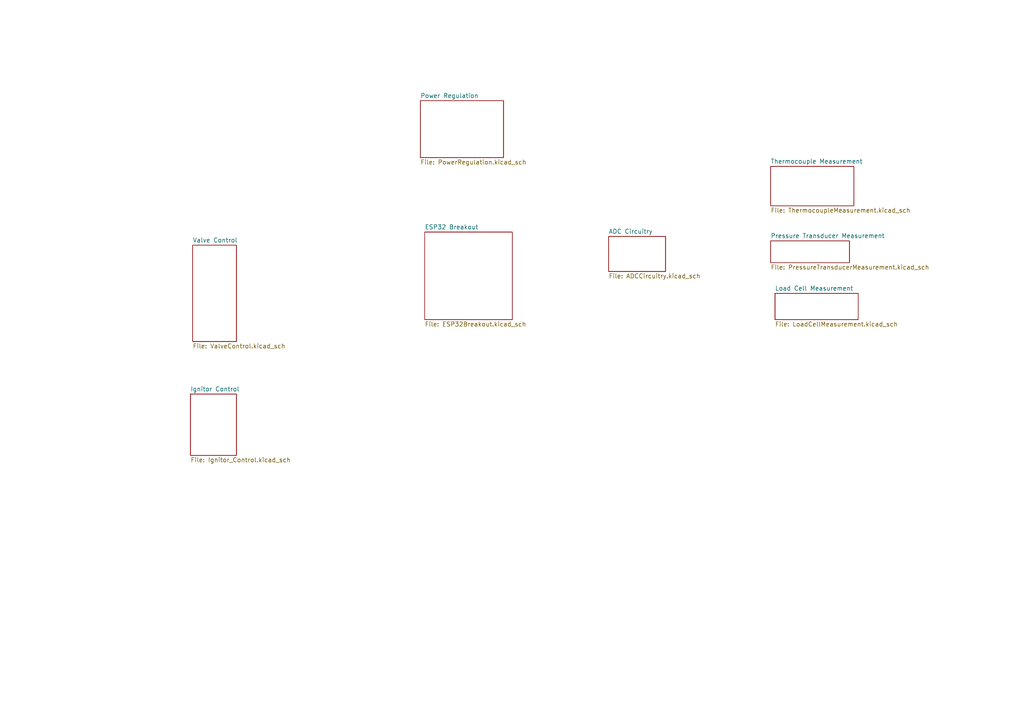
<source format=kicad_sch>
(kicad_sch (version 20250114) (generator "eeschema") (generator_version "9.0")
  (paper "A4")
  (title_block (rev "0.1.0") (company "Queen's Rocket Engineering Team"))
  (lib_symbols)
  (sheet (at 176.53 68.58) (size 16.51 10.16) (stroke (width 0.1524))
    (property "Sheetname" "ADC Circuitry" (at 176.53 67.8684 0) (effects (justify left bottom)))
    (property "Sheetfile" "ADCCircuitry.kicad_sch" (at 176.53 79.3246 0) (effects (justify left top)))
  )
  (sheet (at 55.245 114.3) (size 13.335 17.78) (stroke (width 0.1524))
    (property "Sheetname" "Ignitor Control" (at 55.245 113.5884 0) (effects (justify left bottom)))
    (property "Sheetfile" "Ignitor_Control.kicad_sch" (at 55.245 132.6646 0) (effects (justify left top)))
  )
  (sheet (at 223.52 69.85) (size 22.86 6.35) (stroke (width 0.1524))
    (property "Sheetname" "Pressure Transducer Measurement" (at 223.52 69.1384 0) (effects (justify left bottom)))
    (property "Sheetfile" "PressureTransducerMeasurement.kicad_sch" (at 223.52 76.7846 0) (effects (justify left top)))
  )
  (sheet (at 224.79 85.09) (size 24.13 7.62) (stroke (width 0.1524))
    (property "Sheetname" "Load Cell Measurement" (at 224.79 84.3784 0) (effects (justify left bottom)))
    (property "Sheetfile" "LoadCellMeasurement.kicad_sch" (at 224.79 93.2946 0) (effects (justify left top)))
  )
  (sheet (at 55.88 71.12) (size 12.7 27.94) (stroke (width 0.1524))
    (property "Sheetname" "Valve Control" (at 55.88 70.4084 0) (effects (justify left bottom)))
    (property "Sheetfile" "ValveControl.kicad_sch" (at 55.88 99.6446 0) (effects (justify left top)))
  )
  (sheet (at 223.52 48.26) (size 24.13 11.43) (stroke (width 0.1524))
    (property "Sheetname" "Thermocouple Measurement" (at 223.52 47.5484 0) (effects (justify left bottom)))
    (property "Sheetfile" "ThermocoupleMeasurement.kicad_sch" (at 223.52 60.2746 0) (effects (justify left top)))
  )
  (sheet (at 121.92 29.21) (size 24.13 16.51) (stroke (width 0.1524))
    (property "Sheetname" "Power Regulation" (at 121.92 28.4984 0) (effects (justify left bottom)))
    (property "Sheetfile" "PowerRegulation.kicad_sch" (at 121.92 46.3046 0) (effects (justify left top)))
  )
  (sheet (at 123.19 67.31) (size 25.4 25.4) (stroke (width 0.1524))
    (property "Sheetname" "ESP32 Breakout" (at 123.19 66.5984 0) (effects (justify left bottom)))
    (property "Sheetfile" "ESP32Breakout.kicad_sch" (at 123.19 93.2946 0) (effects (justify left top)))
  )
)
</source>
